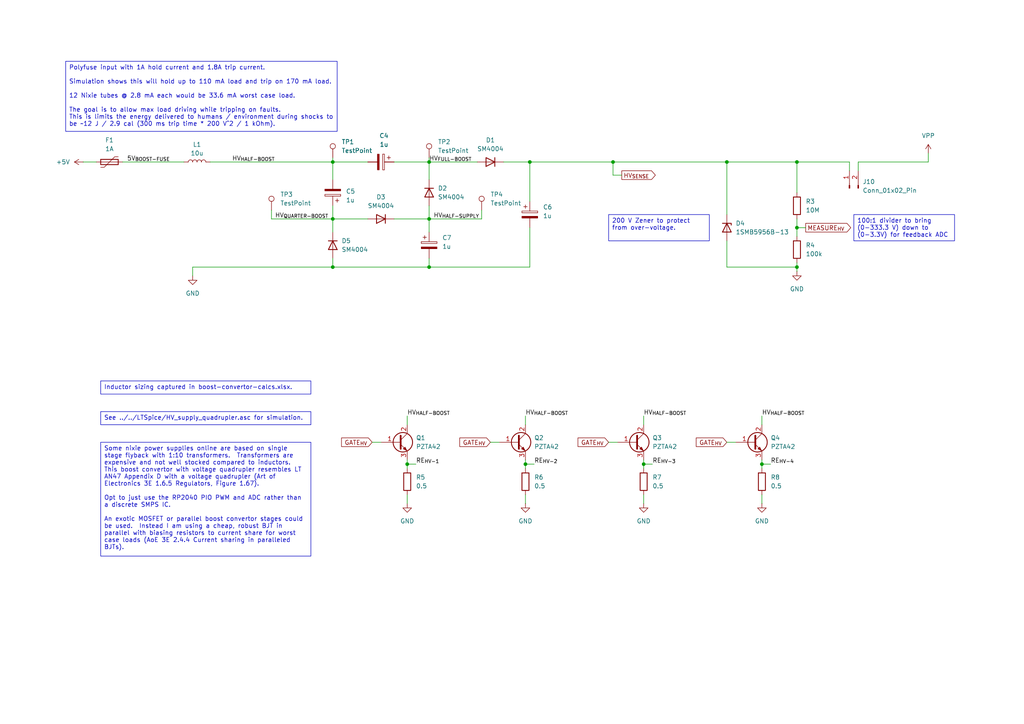
<source format=kicad_sch>
(kicad_sch (version 20231120) (generator "eeschema") (generator_version "8.0")
  (paper "A4")
  (title_block (title "Nixie Accurate Clock") (date "2024-02-25") (rev "B") (company "Paul Willis"))
  (lib_symbols
    (symbol "C_Polarized_1" (pin_numbers hide) (pin_names (offset 0.254))
      (property "Reference" "C6" (at 3.81 2.159 0))
      (property "Value" "1u" (at 3.81 -0.381 0))
      (symbol "C_Polarized_1_0_1"
        (rectangle (start -2.286 0.508) (end 2.286 1.016))
        (polyline (pts (xy -1.778 2.286) (xy -0.762 2.286)))
        (polyline (pts (xy -1.27 2.794) (xy -1.27 1.778)))
        (rectangle (start 2.286 -0.508) (end -2.286 -1.016) (fill (type outline)))
      )
      (symbol "C_Polarized_1_1_1"
        (pin power_out line (at 0 3.81 270) (length 2.794) (name "~") (number "1"))
        (pin passive line (at 0 -3.81 90) (length 2.794) (name "~") (number "2"))
      )
    )
    (symbol "Conn_01x02_Pin_1" (pin_names (offset 1.016) hide)
      (property "Reference" "J6" (at 1.905 -3.81 90))
      (property "Value" "Conn_01x02_Pin" (at -0.635 -3.81 90))
      (symbol "Conn_01x02_Pin_1_1_1"
        (polyline (pts (xy 1.27 -2.54) (xy 0.8636 -2.54)) (stroke (width 0.1524)))
        (polyline (pts (xy 1.27 0) (xy 0.8636 0)) (stroke (width 0.1524)))
        (rectangle (start 0.8636 -2.413) (end 0 -2.667) (stroke (width 0.1524)) (fill (type outline)))
        (rectangle (start 0.8636 0.127) (end 0 -0.127) (stroke (width 0.1524)) (fill (type outline)))
        (pin power_in line (at 5.08 0 180) (length 3.81) (name "Pin_1") (number "1"))
        (pin power_out line (at 5.08 -2.54 180) (length 3.81) (name "Pin_2") (number "2"))
      )
    )
    (symbol "Connector:TestPoint" (pin_numbers hide) (pin_names (offset 0.762) hide)
      (property "Reference" "TP" (at 0 6.858 0))
      (property "Value" "TestPoint" (at 0 5.08 0))
      (symbol "TestPoint_0_1"
        (circle (center 0 3.302) (radius 0.762))
      )
      (symbol "TestPoint_1_1"
        (pin passive line (at 0 0 90) (length 2.54) (name "1") (number "1"))
      )
    )
    (symbol "Device:C_Polarized" (pin_numbers hide) (pin_names (offset 0.254))
      (property "Reference" "C" (at 0.635 2.54 0))
      (property "Value" "C_Polarized" (at 0.635 -2.54 0))
      (symbol "C_Polarized_0_1"
        (rectangle (start -2.286 0.508) (end 2.286 1.016))
        (polyline (pts (xy -1.778 2.286) (xy -0.762 2.286)))
        (polyline (pts (xy -1.27 2.794) (xy -1.27 1.778)))
        (rectangle (start 2.286 -0.508) (end -2.286 -1.016) (fill (type outline)))
      )
      (symbol "C_Polarized_1_1"
        (pin passive line (at 0 3.81 270) (length 2.794) (name "~") (number "1"))
        (pin passive line (at 0 -3.81 90) (length 2.794) (name "~") (number "2"))
      )
    )
    (symbol "Device:D_Zener" (pin_numbers hide) (pin_names (offset 1.016) hide)
      (property "Reference" "D" (at 0 2.54 0))
      (property "Value" "D_Zener" (at 0 -2.54 0))
      (symbol "D_Zener_0_1"
        (polyline (pts (xy 1.27 0) (xy -1.27 0)))
        (polyline (pts (xy -1.27 -1.27) (xy -1.27 1.27) (xy -0.762 1.27)) (stroke (width 0.254)))
        (polyline (pts (xy 1.27 -1.27) (xy 1.27 1.27) (xy -1.27 0) (xy 1.27 -1.27)) (stroke (width 0.254)))
      )
      (symbol "D_Zener_1_1"
        (pin passive line (at -3.81 0 0) (length 2.54) (name "K") (number "1"))
        (pin passive line (at 3.81 0 180) (length 2.54) (name "A") (number "2"))
      )
    )
    (symbol "Device:L" (pin_numbers hide) (pin_names (offset 1.016) hide)
      (property "Reference" "L" (at -1.27 0 90))
      (property "Value" "L" (at 1.905 0 90))
      (symbol "L_0_1"
        (arc (start 0 -2.54) (mid 0.6323 -1.905) (end 0 -1.27))
        (arc (start 0 -1.27) (mid 0.6323 -0.635) (end 0 0))
        (arc (start 0 0) (mid 0.6323 0.635) (end 0 1.27))
        (arc (start 0 1.27) (mid 0.6323 1.905) (end 0 2.54))
      )
      (symbol "L_1_1"
        (pin passive line (at 0 3.81 270) (length 1.27) (name "1") (number "1"))
        (pin passive line (at 0 -3.81 90) (length 1.27) (name "2") (number "2"))
      )
    )
    (symbol "Device:Polyfuse" (pin_numbers hide) (pin_names (offset 0))
      (property "Reference" "F" (at -2.54 0 90))
      (property "Value" "Polyfuse" (at 2.54 0 90))
      (symbol "Polyfuse_0_1"
        (rectangle (start -0.762 2.54) (end 0.762 -2.54) (stroke (width 0.254)))
        (polyline (pts (xy 0 2.54) (xy 0 -2.54)))
        (polyline (pts (xy -1.524 2.54) (xy -1.524 1.524) (xy 1.524 -1.524) (xy 1.524 -2.54)))
      )
      (symbol "Polyfuse_1_1"
        (pin passive line (at 0 3.81 270) (length 1.27) (name "~") (number "1"))
        (pin passive line (at 0 -3.81 90) (length 1.27) (name "~") (number "2"))
      )
    )
    (symbol "Device:R" (pin_numbers hide) (pin_names (offset 0))
      (property "Reference" "R" (at 2.032 0 90))
      (property "Value" "R" (at 0 0 90))
      (symbol "R_0_1"
        (rectangle (start -1.016 -2.54) (end 1.016 2.54) (stroke (width 0.254)))
      )
      (symbol "R_1_1"
        (pin passive line (at 0 3.81 270) (length 1.27) (name "~") (number "1"))
        (pin passive line (at 0 -3.81 90) (length 1.27) (name "~") (number "2"))
      )
    )
    (symbol "Diode:SM4004" (pin_numbers hide) (pin_names hide)
      (property "Reference" "D" (at 0 2.54 0))
      (property "Value" "SM4004" (at 0 -2.54 0))
      (symbol "SM4004_0_1"
        (polyline (pts (xy -1.27 1.27) (xy -1.27 -1.27)) (stroke (width 0.254)))
        (polyline (pts (xy 1.27 0) (xy -1.27 0)))
        (polyline (pts (xy 1.27 1.27) (xy 1.27 -1.27) (xy -1.27 0) (xy 1.27 1.27)) (stroke (width 0.254)))
      )
      (symbol "SM4004_1_1"
        (pin passive line (at -3.81 0 0) (length 2.54) (name "K") (number "1"))
        (pin passive line (at 3.81 0 180) (length 2.54) (name "A") (number "2"))
      )
    )
    (symbol "GND_4" (power) (pin_numbers hide) (pin_names (offset 0) hide)
      (property "Value" "GND" (at 0 -3.81 0))
      (symbol "GND_4_0_1"
        (polyline (pts (xy 0 0) (xy 0 -1.27) (xy 1.27 -1.27) (xy 0 -2.54) (xy -1.27 -1.27) (xy 0 -1.27)))
      )
      (symbol "GND_4_1_1"
        (pin power_in line (at 0 0 270) (length 0) (name "~") (number "1"))
      )
    )
    (symbol "Transistor_BJT:PZTA42" (pin_names (offset 0) hide)
      (property "Reference" "Q" (at 5.08 1.905 0))
      (property "Value" "PZTA42" (at 5.08 0 0))
      (symbol "PZTA42_0_1"
        (polyline (pts (xy 0 0) (xy 0.635 0)))
        (polyline (pts (xy 2.54 -2.54) (xy 0.635 -0.635)))
        (polyline (pts (xy 2.54 2.54) (xy 0.635 0.635)))
        (polyline (pts (xy 0.635 1.905) (xy 0.635 -1.905) (xy 0.635 -1.905)) (stroke (width 0.508)))
        (polyline (pts (xy 2.286 -2.286) (xy 1.778 -1.778) (xy 1.778 -1.778)))
        (polyline (pts (xy 1.397 -1.905) (xy 1.905 -1.397) (xy 2.413 -2.413) (xy 1.397 -1.905) (xy 1.397 -1.905)) (fill (type outline)))
        (circle (center 1.27 0) (radius 2.8194) (stroke (width 0.254)))
      )
      (symbol "PZTA42_1_1"
        (pin input line (at -5.08 0 0) (length 5.08) (name "B") (number "1"))
        (pin passive line (at 2.54 5.08 270) (length 2.54) (name "C") (number "2"))
        (pin passive line (at 2.54 -5.08 90) (length 2.54) (name "E") (number "3"))
      )
    )
    (symbol "power:+5V" (power) (pin_numbers hide) (pin_names (offset 0) hide)
      (property "Value" "+5V" (at 0 3.556 0))
      (symbol "+5V_0_1"
        (polyline (pts (xy -0.762 1.27) (xy 0 2.54)))
        (polyline (pts (xy 0 0) (xy 0 2.54)))
        (polyline (pts (xy 0 2.54) (xy 0.762 1.27)))
      )
      (symbol "+5V_1_1"
        (pin power_in line (at 0 0 90) (length 0) (name "~") (number "1"))
      )
    )
    (symbol "power:GND" (power) (pin_numbers hide) (pin_names (offset 0) hide)
      (property "Value" "GND" (at 0 -3.81 0))
      (symbol "GND_0_1"
        (polyline (pts (xy 0 0) (xy 0 -1.27) (xy 1.27 -1.27) (xy 0 -2.54) (xy -1.27 -1.27) (xy 0 -1.27)))
      )
      (symbol "GND_1_1"
        (pin power_in line (at 0 0 270) (length 0) (name "~") (number "1"))
      )
    )
    (symbol "power:VPP" (power) (pin_numbers hide) (pin_names (offset 0) hide)
      (property "Value" "VPP" (at 0 3.556 0))
      (symbol "VPP_0_1"
        (polyline (pts (xy -0.762 1.27) (xy 0 2.54)))
        (polyline (pts (xy 0 0) (xy 0 2.54)))
        (polyline (pts (xy 0 2.54) (xy 0.762 1.27)))
      )
      (symbol "VPP_1_1"
        (pin power_in line (at 0 0 90) (length 0) (name "~") (number "1"))
      )
    )
  )
  (junction (at 186.69 134.62))
  (junction (at 124.46 63.5))
  (junction (at 231.14 77.47))
  (junction (at 118.11 134.62))
  (junction (at 153.67 46.99))
  (junction (at 96.52 77.47))
  (junction (at 231.14 46.99))
  (junction (at 124.46 77.47))
  (junction (at 231.14 66.04))
  (junction (at 210.82 46.99))
  (junction (at 96.52 46.99))
  (junction (at 177.8 46.99))
  (junction (at 96.52 63.5))
  (junction (at 124.46 46.99))
  (junction (at 220.98 134.62))
  (junction (at 152.4 134.62))
  (wire (pts (xy 220.98 143.51) (xy 220.98 146.05)))
  (wire (pts (xy 153.67 46.99) (xy 177.8 46.99)))
  (wire (pts (xy 186.69 133.35) (xy 186.69 134.62)))
  (wire (pts (xy 96.52 45.72) (xy 96.52 46.99)))
  (wire (pts (xy 114.3 63.5) (xy 124.46 63.5)))
  (wire (pts (xy 269.24 44.45) (xy 269.24 46.99)))
  (wire (pts (xy 124.46 45.72) (xy 124.46 46.99)))
  (wire (pts (xy 114.3 46.99) (xy 124.46 46.99)))
  (wire (pts (xy 220.98 134.62) (xy 220.98 135.89)))
  (wire (pts (xy 96.52 52.07) (xy 96.52 46.99)))
  (wire (pts (xy 96.52 63.5) (xy 106.68 63.5)))
  (wire (pts (xy 118.11 134.62) (xy 118.11 135.89)))
  (wire (pts (xy 139.7 63.5) (xy 139.7 60.96)))
  (wire (pts (xy 152.4 120.65) (xy 152.4 123.19)))
  (wire (pts (xy 96.52 63.5) (xy 96.52 67.31)))
  (wire (pts (xy 55.88 77.47) (xy 55.88 80.01)))
  (wire (pts (xy 231.14 63.5) (xy 231.14 66.04)))
  (wire (pts (xy 210.82 77.47) (xy 231.14 77.47)))
  (wire (pts (xy 176.53 128.27) (xy 179.07 128.27)))
  (wire (pts (xy 210.82 62.23) (xy 210.82 46.99)))
  (wire (pts (xy 55.88 77.47) (xy 96.52 77.47)))
  (wire (pts (xy 153.67 46.99) (xy 146.05 46.99)))
  (wire (pts (xy 153.67 77.47) (xy 124.46 77.47)))
  (wire (pts (xy 35.56 46.99) (xy 53.34 46.99)))
  (wire (pts (xy 177.8 46.99) (xy 210.82 46.99)))
  (wire (pts (xy 210.82 69.85) (xy 210.82 77.47)))
  (wire (pts (xy 231.14 46.99) (xy 246.38 46.99)))
  (wire (pts (xy 210.82 128.27) (xy 213.36 128.27)))
  (wire (pts (xy 24.13 46.99) (xy 27.94 46.99)))
  (wire (pts (xy 152.4 143.51) (xy 152.4 146.05)))
  (wire (pts (xy 180.34 50.8) (xy 177.8 50.8)))
  (wire (pts (xy 124.46 46.99) (xy 124.46 52.07)))
  (wire (pts (xy 153.67 66.04) (xy 153.67 77.47)))
  (wire (pts (xy 152.4 134.62) (xy 152.4 135.89)))
  (wire (pts (xy 118.11 120.65) (xy 118.11 123.19)))
  (wire (pts (xy 210.82 46.99) (xy 231.14 46.99)))
  (wire (pts (xy 220.98 120.65) (xy 220.98 123.19)))
  (wire (pts (xy 124.46 63.5) (xy 124.46 67.31)))
  (wire (pts (xy 177.8 50.8) (xy 177.8 46.99)))
  (wire (pts (xy 118.11 143.51) (xy 118.11 146.05)))
  (wire (pts (xy 78.74 60.96) (xy 78.74 63.5)))
  (wire (pts (xy 231.14 66.04) (xy 233.68 66.04)))
  (wire (pts (xy 118.11 134.62) (xy 120.65 134.62)))
  (wire (pts (xy 124.46 63.5) (xy 139.7 63.5)))
  (wire (pts (xy 118.11 133.35) (xy 118.11 134.62)))
  (wire (pts (xy 248.92 49.53) (xy 248.92 46.99)))
  (wire (pts (xy 152.4 133.35) (xy 152.4 134.62)))
  (wire (pts (xy 246.38 49.53) (xy 246.38 46.99)))
  (wire (pts (xy 220.98 133.35) (xy 220.98 134.62)))
  (wire (pts (xy 96.52 59.69) (xy 96.52 63.5)))
  (wire (pts (xy 231.14 76.2) (xy 231.14 77.47)))
  (wire (pts (xy 231.14 77.47) (xy 231.14 78.74)))
  (wire (pts (xy 186.69 120.65) (xy 186.69 123.19)))
  (wire (pts (xy 78.74 63.5) (xy 96.52 63.5)))
  (wire (pts (xy 60.96 46.99) (xy 96.52 46.99)))
  (wire (pts (xy 124.46 77.47) (xy 96.52 77.47)))
  (wire (pts (xy 248.92 46.99) (xy 269.24 46.99)))
  (wire (pts (xy 124.46 46.99) (xy 138.43 46.99)))
  (wire (pts (xy 107.95 128.27) (xy 110.49 128.27)))
  (wire (pts (xy 152.4 134.62) (xy 154.94 134.62)))
  (wire (pts (xy 124.46 59.69) (xy 124.46 63.5)))
  (wire (pts (xy 220.98 134.62) (xy 223.52 134.62)))
  (wire (pts (xy 153.67 58.42) (xy 153.67 46.99)))
  (wire (pts (xy 231.14 55.88) (xy 231.14 46.99)))
  (wire (pts (xy 142.24 128.27) (xy 144.78 128.27)))
  (wire (pts (xy 96.52 74.93) (xy 96.52 77.47)))
  (wire (pts (xy 186.69 143.51) (xy 186.69 146.05)))
  (wire (pts (xy 231.14 66.04) (xy 231.14 68.58)))
  (wire (pts (xy 186.69 134.62) (xy 186.69 135.89)))
  (wire (pts (xy 124.46 74.93) (xy 124.46 77.47)))
  (wire (pts (xy 186.69 134.62) (xy 189.23 134.62)))
  (wire (pts (xy 96.52 46.99) (xy 106.68 46.99)))
  (text_box "Polyfuse input with 1A hold current and 1.8A trip current.\n\nSimulation shows this will hold up to 110 mA load and trip on 170 mA load.\n\n12 Nixie tubes @ 2.8 mA each would be 33.6 mA worst case load.\n\nThe goal is to allow max load driving while tripping on faults.\nThis is limits the energy delivered to humans / environment during shocks to be ~12 J / 2.9 cal (300 ms trip time * 200 V^2 / 1 kOhm)." (at 19.05 17.78 0) (size 78.74 20.32) (effects (font (size 1.27 1.27)) (justify left top)))
  (text_box "100:1 divider to bring (0-333.3 V) down to (0-3.3V) for feedback ADC" (at 247.65 62.23 0) (size 29.21 7.62) (effects (font (size 1.27 1.27)) (justify left top)))
  (text_box "Inductor sizing captured in boost-convertor-calcs.xlsx." (at 29.21 110.49 0) (size 60.96 3.81) (effects (font (size 1.27 1.27)) (justify left top)))
  (text_box "200 V Zener to protect from over-voltage." (at 176.53 62.23 0) (size 29.21 7.62) (effects (font (size 1.27 1.27)) (justify left top)))
  (text_box "See ../../LTSpice/HV_supply_quadrupler.asc for simulation." (at 29.21 119.38 0) (size 60.96 3.81) (effects (font (size 1.27 1.27)) (justify left top)))
  (text_box "Some nixie power supplies online are based on single stage flyback with 1:10 transformers.  Transformers are expensive and not well stocked compared to inductors.  This boost convertor with voltage quadrupler resembles LT AN47 Appendix D with a voltage quadrupler (Art of Electronics 3E 1.6.5 Regulators, Figure 1.67).\n\nOpt to just use the RP2040 PIO PWM and ADC rather than a discrete SMPS IC.\n\nAn exotic MOSFET or parallel boost convertor stages could be used.  Instead I am using a cheap, robust BJT in parallel with biasing resistors to current share for worst case loads (AoE 3E 2.4.4 Current sharing in paralleled BJTs)." (at 29.21 128.27 0) (size 60.96 33.02) (effects (font (size 1.27 1.27)) (justify left top)))
  (label "HV_{HALF-BOOST}" (at 186.69 120.65 0))
  (label "HV_{HALF-BOOST}" (at 152.4 120.65 0))
  (label "HV_{HALF-BOOST}" (at 220.98 120.65 0))
  (label "5V_{BOOST-FUSE}" (at 36.83 46.99 0))
  (label "HV_{QUARTER-BOOST}" (at 95.25 63.5 180))
  (label "HV_{HALF-SUPPLY}" (at 125.73 63.5 0))
  (label "RE_{HV-4}" (at 223.52 134.62 0))
  (label "HV_{FULL-BOOST}" (at 124.46 46.99 0))
  (label "HV_{HALF-BOOST}" (at 118.11 120.65 0))
  (label "RE_{HV-1}" (at 120.65 134.62 0))
  (label "HV_{HALF-BOOST}" (at 67.31 46.99 0))
  (label "RE_{HV-2}" (at 154.94 134.62 0))
  (label "RE_{HV-3}" (at 189.23 134.62 0))
  (global_label "GATE_{HV}" (shape input) (at 107.95 128.27 180) (property "Intersheetrefs" "${INTERSHEET_REFS}" (effects (hide yes))))
  (global_label "MEASURE_{HV}" (shape output) (at 233.68 66.04 0) (property "Intersheetrefs" "${INTERSHEET_REFS}" (effects (hide yes))))
  (global_label "GATE_{HV}" (shape input) (at 210.82 128.27 180) (property "Intersheetrefs" "${INTERSHEET_REFS}" (effects (hide yes))))
  (global_label "GATE_{HV}" (shape input) (at 142.24 128.27 180) (property "Intersheetrefs" "${INTERSHEET_REFS}" (effects (hide yes))))
  (global_label "GATE_{HV}" (shape input) (at 176.53 128.27 180) (property "Intersheetrefs" "${INTERSHEET_REFS}" (effects (hide yes))))
  (global_label "HV_{SENSE}" (shape output) (at 180.34 50.8 0) (property "Intersheetrefs" "${INTERSHEET_REFS}" (effects (hide yes))))
  (symbol (lib_id "Device:C_Polarized") (at 110.49 46.99 270) (unit 1)
    (property "Reference" "C4" (at 111.379 39.37 90))
    (property "Value" "1u" (at 111.379 41.91 90))
    (property "Footprint" "Capacitor_SMD:CP_Elec_8x10" (effects (hide yes)))
    (property "Datasheet" "https://www.nichicon.co.jp/english/series_items/catalog_pdf/e-uux.pdf" (effects (hide yes)))
    (property "Description" "Polarized capacitor" (effects (hide yes)))
    (property "Model" "UUX2G010MNL1GS" (effects (hide yes)))
    (property "Price" "0.69" (effects (hide yes)))
    (property "Digikey link" "https://www.digikey.com/en/products/detail/nichicon/UUX2G010MNL1GS/3973996" (effects (hide yes)))
    (property "Mouser link" "https://www.mouser.com/ProductDetail/Nichicon/UUX2G010MNL1GS?qs=aoAypCcaRa%2FXm3BGeiMtMQ%3D%3D" (effects (hide yes)))
  )
  (symbol (lib_name "GND_4") (lib_id "power:GND") (at 55.88 80.01 0) (unit 1)
    (property "Reference" "#PWR045" (effects (hide yes)))
    (property "Value" "GND" (at 55.88 85.09 0))
    (property "Description" "Power symbol creates a global label with name \"GND\" , ground" (effects (hide yes)))
  )
  (symbol (lib_id "Device:R") (at 152.4 139.7 0) (unit 1)
    (property "Reference" "R6" (at 154.94 138.43 0) (effects (justify left)))
    (property "Value" "0.5" (at 154.94 140.97 0) (effects (justify left)))
    (property "Footprint" "Resistor_SMD:R_2010_5025Metric" (effects (hide yes)))
    (property "Datasheet" "https://www.seielect.com/catalog/sei-csr_csrn.pdf" (effects (hide yes)))
    (property "Description" "Resistor" (effects (hide yes)))
    (property "Price" "0.42" (effects (hide yes)))
    (property "Digikey link" "https://www.digikey.com/en/products/detail/stackpole-electronics-inc/CSRN2010FKR500/1742702" (effects (hide yes)))
    (property "Mouser link" "https://www.mouser.com/ProductDetail/SEI-Stackpole/CSRN2010FKR500?qs=FESYatJ8odLqZqv0DvLABQ%3D%3D" (effects (hide yes)))
    (property "Model" "CSRN2010FKR500" (effects (hide yes)))
  )
  (symbol (lib_id "power:GND") (at 231.14 78.74 0) (unit 1)
    (property "Reference" "#PWR044" (effects (hide yes)))
    (property "Value" "GND" (at 231.14 83.82 0))
    (property "Description" "Power symbol creates a global label with name \"GND\" , ground" (effects (hide yes)))
  )
  (symbol (lib_id "Transistor_BJT:PZTA42") (at 184.15 128.27 0) (unit 1)
    (property "Reference" "Q3" (at 189.23 127 0) (effects (justify left)))
    (property "Value" "PZTA42" (at 189.23 129.54 0) (effects (justify left)))
    (property "Footprint" "Package_TO_SOT_SMD:SOT-223-3_TabPin2" (effects (hide yes)))
    (property "Datasheet" "https://www.onsemi.com/pub/Collateral/PZTA42T1-D.PDF" (effects (hide yes)))
    (property "Description" "0.5A Ic, 300V Vce, NPN High Voltage Transistor, SOT-223" (effects (hide yes)))
    (property "Digikey link" "https://www.digikey.com/en/products/detail/micro-commercial-co/PZTA42-TP/10054674" (effects (hide yes)))
    (property "Mouser link" "https://www.mouser.com/ProductDetail/Diotec-Semiconductor/PZTA42?qs=OlC7AqGiEDlNqlN7791aVQ%3D%3D" (effects (hide yes)))
    (property "Price" "0.41" (effects (hide yes)))
  )
  (symbol (lib_id "Transistor_BJT:PZTA42") (at 115.57 128.27 0) (unit 1)
    (property "Reference" "Q1" (at 120.65 127 0) (effects (justify left)))
    (property "Value" "PZTA42" (at 120.65 129.54 0) (effects (justify left)))
    (property "Footprint" "Package_TO_SOT_SMD:SOT-223-3_TabPin2" (effects (hide yes)))
    (property "Datasheet" "https://www.onsemi.com/pub/Collateral/PZTA42T1-D.PDF" (effects (hide yes)))
    (property "Description" "0.5A Ic, 300V Vce, NPN High Voltage Transistor, SOT-223" (effects (hide yes)))
    (property "Digikey link" "https://www.digikey.com/en/products/detail/micro-commercial-co/PZTA42-TP/10054674" (effects (hide yes)))
    (property "Mouser link" "https://www.mouser.com/ProductDetail/Diotec-Semiconductor/PZTA42?qs=OlC7AqGiEDlNqlN7791aVQ%3D%3D" (effects (hide yes)))
    (property "Price" "0.41" (effects (hide yes)))
  )
  (symbol (lib_id "Diode:SM4004") (at 142.24 46.99 180) (unit 1)
    (property "Reference" "D1" (at 142.24 40.64 0))
    (property "Value" "SM4004" (at 142.24 43.18 0))
    (property "Footprint" "Diode_SMD:D_MELF" (effects (hide yes)))
    (property "Datasheet" "http://cdn-reichelt.de/documents/datenblatt/A400/SMD1N400%23DIO.pdf" (effects (hide yes)))
    (property "Description" "400V 1A General Purpose Rectifier Diode, MELF" (effects (hide yes)))
    (property "Model" "SM4004" (effects (hide yes)))
    (property "Price" "0.27" (effects (hide yes)))
    (property "Digikey link" "https://www.digikey.com/en/products/detail/diotec-semiconductor/SM4004/13155357" (effects (hide yes)))
    (property "Mouser link" "https://www.mouser.com/ProductDetail/Diotec-Semiconductor/SM4004?qs=OlC7AqGiEDkXkiBPoivHAA%3D%3D" (effects (hide yes)))
    (property "Sim.Device" "D" (effects (hide yes)))
    (property "Sim.Pins" "1=K 2=A" (effects (hide yes)))
  )
  (symbol (lib_id "Transistor_BJT:PZTA42") (at 218.44 128.27 0) (unit 1)
    (property "Reference" "Q4" (at 223.52 127 0) (effects (justify left)))
    (property "Value" "PZTA42" (at 223.52 129.54 0) (effects (justify left)))
    (property "Footprint" "Package_TO_SOT_SMD:SOT-223-3_TabPin2" (effects (hide yes)))
    (property "Datasheet" "https://www.onsemi.com/pub/Collateral/PZTA42T1-D.PDF" (effects (hide yes)))
    (property "Description" "0.5A Ic, 300V Vce, NPN High Voltage Transistor, SOT-223" (effects (hide yes)))
    (property "Digikey link" "https://www.digikey.com/en/products/detail/micro-commercial-co/PZTA42-TP/10054674" (effects (hide yes)))
    (property "Mouser link" "https://www.mouser.com/ProductDetail/Diotec-Semiconductor/PZTA42?qs=OlC7AqGiEDlNqlN7791aVQ%3D%3D" (effects (hide yes)))
    (property "Price" "0.41" (effects (hide yes)))
  )
  (symbol (lib_id "Device:C_Polarized") (at 124.46 71.12 0) (unit 1)
    (property "Reference" "C7" (at 128.27 68.961 0) (effects (justify left)))
    (property "Value" "1u" (at 128.27 71.501 0) (effects (justify left)))
    (property "Footprint" "Capacitor_SMD:CP_Elec_8x10" (effects (hide yes)))
    (property "Datasheet" "https://www.nichicon.co.jp/english/series_items/catalog_pdf/e-uux.pdf" (effects (hide yes)))
    (property "Description" "Polarized capacitor" (effects (hide yes)))
    (property "Model" "UUX2G010MNL1GS" (effects (hide yes)))
    (property "Price" "0.69" (effects (hide yes)))
    (property "Digikey link" "https://www.digikey.com/en/products/detail/nichicon/UUX2G010MNL1GS/3973996" (effects (hide yes)))
    (property "Mouser link" "https://www.mouser.com/ProductDetail/Nichicon/UUX2G010MNL1GS?qs=aoAypCcaRa%2FXm3BGeiMtMQ%3D%3D" (effects (hide yes)))
  )
  (symbol (lib_id "Diode:SM4004") (at 110.49 63.5 180) (unit 1)
    (property "Reference" "D3" (at 110.49 57.15 0))
    (property "Value" "SM4004" (at 110.49 59.69 0))
    (property "Footprint" "Diode_SMD:D_MELF" (effects (hide yes)))
    (property "Datasheet" "http://cdn-reichelt.de/documents/datenblatt/A400/SMD1N400%23DIO.pdf" (effects (hide yes)))
    (property "Description" "400V 1A General Purpose Rectifier Diode, MELF" (effects (hide yes)))
    (property "Model" "SM4004" (effects (hide yes)))
    (property "Price" "0.27" (effects (hide yes)))
    (property "Digikey link" "https://www.digikey.com/en/products/detail/diotec-semiconductor/SM4004/13155357" (effects (hide yes)))
    (property "Mouser link" "https://www.mouser.com/ProductDetail/Diotec-Semiconductor/SM4004?qs=OlC7AqGiEDkXkiBPoivHAA%3D%3D" (effects (hide yes)))
    (property "Sim.Device" "D" (effects (hide yes)))
    (property "Sim.Pins" "1=K 2=A" (effects (hide yes)))
  )
  (symbol (lib_id "power:GND") (at 220.98 146.05 0) (unit 1)
    (property "Reference" "#PWR049" (effects (hide yes)))
    (property "Value" "GND" (at 220.98 151.13 0))
    (property "Description" "Power symbol creates a global label with name \"GND\" , ground" (effects (hide yes)))
  )
  (symbol (lib_name "Conn_01x02_Pin_1") (lib_id "Connector:Conn_01x02_Pin") (at 246.38 54.61 90) (unit 1)
    (property "Reference" "J10" (at 250.19 52.705 90) (effects (justify right)))
    (property "Value" "Conn_01x02_Pin" (at 250.19 55.245 90) (effects (justify right)))
    (property "Footprint" "Connector_PinHeader_2.54mm:PinHeader_1x02_P2.54mm_Vertical_SMD_Pin1Left" (effects (hide yes)))
    (property "Datasheet" "https://suddendocs.samtec.com/catalog_english/tsm.pdf" (effects (hide yes)))
    (property "Description" "Generic connector, single row, 01x02, script generated" (effects (hide yes)))
    (property "Model" "TSM-102-01-L-SV" (effects (hide yes)))
    (property "Price" "0.42" (effects (hide yes)))
    (property "Digikey link" "https://www.digikey.com/en/products/detail/samtec-inc/TSM-102-01-L-SV/2685520" (effects (hide yes)))
    (property "Mouser link" "https://www.mouser.com/ProductDetail/Samtec/TSM-102-01-L-SV?qs=FESYatJ8odJ%252BIhPvKBkuBA%3D%3D" (effects (hide yes)))
  )
  (symbol (lib_id "Connector:TestPoint") (at 124.46 45.72 0) (unit 1)
    (property "Reference" "TP2" (at 127 41.148 0) (effects (justify left)))
    (property "Value" "TestPoint" (at 127 43.688 0) (effects (justify left)))
    (property "Footprint" "00_lib:TestPoint_Keystone_5019_Minature" (effects (hide yes)))
    (property "Datasheet" "https://www.mouser.com/datasheet/2/215/019-743690.pdf" (effects (hide yes)))
    (property "Model" "5019" (effects (hide yes)))
    (property "Price" "0.33" (effects (hide yes)))
    (property "Digikey link" "https://www.digikey.com/en/products/detail/keystone-electronics/5019/3907343" (effects (hide yes)))
    (property "Mouser link" "https://www.mouser.com/ProductDetail/Keystone-Electronics/5019?qs=wOxb8XianXjjCAsb90Ilzw%3D%3D" (effects (hide yes)))
  )
  (symbol (lib_id "power:+5V") (at 24.13 46.99 90) (unit 1) (exclude_from_sim yes)
    (property "Reference" "#PWR043" (effects (hide yes)))
    (property "Value" "+5V" (at 20.32 46.99 90) (effects (justify left)))
    (property "Description" "Power symbol creates a global label with name \"+5V\"" (effects (hide yes)))
  )
  (symbol (lib_id "Device:Polyfuse") (at 31.75 46.99 90) (unit 1)
    (property "Reference" "F1" (at 31.75 40.64 90))
    (property "Value" "1A" (at 31.75 43.18 90))
    (property "Footprint" "Fuse:Fuse_1206_3216Metric" (effects (hide yes)))
    (property "Datasheet" "https://www.belfuse.com/resources/datasheets/circuitprotection/ds-cp-0zcj-series.pdf" (effects (hide yes)))
    (property "Description" "Resettable fuse, polymeric positive temperature coefficient" (effects (hide yes)))
    (property "Model" "0ZCJ0100FF2E" (effects (hide yes)))
    (property "Digikey link" "https://www.digikey.com/en/products/detail/bel-fuse-inc/0ZCJ0100FF2E/4156136" (effects (hide yes)))
    (property "Mouser link" "https://www.mouser.com/ProductDetail/Bel-Fuse/0ZCJ0100FF2E?qs=SRYZG9HaIQ16trCtSE8WyA%3D%3D" (effects (hide yes)))
    (property "Price" "0.23" (effects (hide yes)))
  )
  (symbol (lib_id "Device:R") (at 231.14 59.69 0) (unit 1)
    (property "Reference" "R3" (at 233.68 58.42 0) (effects (justify left)))
    (property "Value" "10M" (at 233.68 60.96 0) (effects (justify left)))
    (property "Footprint" "Resistor_SMD:R_0603_1608Metric" (effects (hide yes)))
    (property "Datasheet" "https://www.seielect.com/catalog/sei-rmcf_rmcp.pdf" (effects (hide yes)))
    (property "Description" "Resistor" (effects (hide yes)))
    (property "Model" "RMCF0603FT10M0" (effects (hide yes)))
    (property "Price" "0.10" (effects (hide yes)))
    (property "Digikey link" "https://www.digikey.com/en/products/detail/stackpole-electronics-inc/RMCF0603FT10M0/1761206" (effects (hide yes)))
    (property "Mouser link" "https://www.mouser.com/ProductDetail/SEI-Stackpole/RMCF0603FT10M0?qs=FESYatJ8odIf0bWpBT4vKw%3D%3D" (effects (hide yes)))
  )
  (symbol (lib_id "Device:D_Zener") (at 210.82 66.04 270) (unit 1)
    (property "Reference" "D4" (at 213.36 64.77 90) (effects (justify left)))
    (property "Value" "1SMB5956B-13" (at 213.36 67.31 90) (effects (justify left)))
    (property "Footprint" "Diode_SMD:D_SMB" (effects (hide yes)))
    (property "Datasheet" "https://www.diodes.com/assets/Datasheets/ds32125.pdf" (effects (hide yes)))
    (property "Description" "Zener diode" (effects (hide yes)))
    (property "Price" "0.46" (effects (hide yes)))
    (property "Digikey link" "https://www.digikey.com/en/products/detail/diodes-incorporated/1SMB5956B-13/5054209" (effects (hide yes)))
    (property "Mouser link" "https://www.mouser.com/ProductDetail/Diodes-Incorporated/1SMB5956B-13?qs=uwKJARvjadOTUcHkJGZGig%3D%3D" (effects (hide yes)))
  )
  (symbol (lib_id "power:GND") (at 118.11 146.05 0) (unit 1)
    (property "Reference" "#PWR046" (effects (hide yes)))
    (property "Value" "GND" (at 118.11 151.13 0))
    (property "Description" "Power symbol creates a global label with name \"GND\" , ground" (effects (hide yes)))
  )
  (symbol (lib_id "Diode:SM4004") (at 124.46 55.88 270) (unit 1)
    (property "Reference" "D2" (at 127 54.61 90) (effects (justify left)))
    (property "Value" "SM4004" (at 127 57.15 90) (effects (justify left)))
    (property "Footprint" "Diode_SMD:D_MELF" (effects (hide yes)))
    (property "Datasheet" "http://cdn-reichelt.de/documents/datenblatt/A400/SMD1N400%23DIO.pdf" (effects (hide yes)))
    (property "Description" "400V 1A General Purpose Rectifier Diode, MELF" (effects (hide yes)))
    (property "Model" "SM4004" (effects (hide yes)))
    (property "Price" "0.27" (effects (hide yes)))
    (property "Digikey link" "https://www.digikey.com/en/products/detail/diotec-semiconductor/SM4004/13155357" (effects (hide yes)))
    (property "Mouser link" "https://www.mouser.com/ProductDetail/Diotec-Semiconductor/SM4004?qs=OlC7AqGiEDkXkiBPoivHAA%3D%3D" (effects (hide yes)))
    (property "Sim.Device" "D" (effects (hide yes)))
    (property "Sim.Pins" "1=K 2=A" (effects (hide yes)))
  )
  (symbol (lib_id "Device:R") (at 220.98 139.7 0) (unit 1)
    (property "Reference" "R8" (at 223.52 138.43 0) (effects (justify left)))
    (property "Value" "0.5" (at 223.52 140.97 0) (effects (justify left)))
    (property "Footprint" "Resistor_SMD:R_2010_5025Metric" (effects (hide yes)))
    (property "Datasheet" "https://www.seielect.com/catalog/sei-csr_csrn.pdf" (effects (hide yes)))
    (property "Description" "Resistor" (effects (hide yes)))
    (property "Price" "0.42" (effects (hide yes)))
    (property "Digikey link" "https://www.digikey.com/en/products/detail/stackpole-electronics-inc/CSRN2010FKR500/1742702" (effects (hide yes)))
    (property "Mouser link" "https://www.mouser.com/ProductDetail/SEI-Stackpole/CSRN2010FKR500?qs=FESYatJ8odLqZqv0DvLABQ%3D%3D" (effects (hide yes)))
    (property "Model" "CSRN2010FKR500" (effects (hide yes)))
  )
  (symbol (lib_name "C_Polarized_1") (lib_id "Device:C_Polarized") (at 153.67 62.23 0) (unit 1)
    (property "Reference" "C6" (at 157.48 60.071 0) (effects (justify left)))
    (property "Value" "1u" (at 157.48 62.611 0) (effects (justify left)))
    (property "Footprint" "Capacitor_SMD:CP_Elec_8x10" (effects (hide yes)))
    (property "Datasheet" "https://www.nichicon.co.jp/english/series_items/catalog_pdf/e-uux.pdf" (effects (hide yes)))
    (property "Description" "Polarized capacitor" (effects (hide yes)))
    (property "Model" "UUX2G010MNL1GS" (effects (hide yes)))
    (property "Price" "0.69" (effects (hide yes)))
    (property "Digikey link" "https://www.digikey.com/en/products/detail/nichicon/UUX2G010MNL1GS/3973996" (effects (hide yes)))
    (property "Mouser link" "https://www.mouser.com/ProductDetail/Nichicon/UUX2G010MNL1GS?qs=aoAypCcaRa%2FXm3BGeiMtMQ%3D%3D" (effects (hide yes)))
  )
  (symbol (lib_id "Connector:TestPoint") (at 96.52 45.72 0) (unit 1)
    (property "Reference" "TP1" (at 99.06 41.148 0) (effects (justify left)))
    (property "Value" "TestPoint" (at 99.06 43.688 0) (effects (justify left)))
    (property "Footprint" "00_lib:TestPoint_Keystone_5019_Minature" (effects (hide yes)))
    (property "Datasheet" "https://www.mouser.com/datasheet/2/215/019-743690.pdf" (effects (hide yes)))
    (property "Description" "test point" (effects (hide yes)))
    (property "Model" "5019" (effects (hide yes)))
    (property "Price" "0.33" (effects (hide yes)))
    (property "Digikey link" "https://www.digikey.com/en/products/detail/keystone-electronics/5019/3907343" (effects (hide yes)))
    (property "Mouser link" "https://www.mouser.com/ProductDetail/Keystone-Electronics/5019?qs=wOxb8XianXjjCAsb90Ilzw%3D%3D" (effects (hide yes)))
  )
  (symbol (lib_id "Transistor_BJT:PZTA42") (at 149.86 128.27 0) (unit 1)
    (property "Reference" "Q2" (at 154.94 127 0) (effects (justify left)))
    (property "Value" "PZTA42" (at 154.94 129.54 0) (effects (justify left)))
    (property "Footprint" "Package_TO_SOT_SMD:SOT-223-3_TabPin2" (effects (hide yes)))
    (property "Datasheet" "https://www.onsemi.com/pub/Collateral/PZTA42T1-D.PDF" (effects (hide yes)))
    (property "Description" "0.5A Ic, 300V Vce, NPN High Voltage Transistor, SOT-223" (effects (hide yes)))
    (property "Digikey link" "https://www.digikey.com/en/products/detail/micro-commercial-co/PZTA42-TP/10054674" (effects (hide yes)))
    (property "Mouser link" "https://www.mouser.com/ProductDetail/Diotec-Semiconductor/PZTA42?qs=OlC7AqGiEDlNqlN7791aVQ%3D%3D" (effects (hide yes)))
    (property "Price" "0.41" (effects (hide yes)))
  )
  (symbol (lib_id "power:GND") (at 186.69 146.05 0) (unit 1)
    (property "Reference" "#PWR048" (effects (hide yes)))
    (property "Value" "GND" (at 186.69 151.13 0))
    (property "Description" "Power symbol creates a global label with name \"GND\" , ground" (effects (hide yes)))
  )
  (symbol (lib_id "Connector:TestPoint") (at 78.74 60.96 0) (unit 1)
    (property "Reference" "TP3" (at 81.28 56.388 0) (effects (justify left)))
    (property "Value" "TestPoint" (at 81.28 58.928 0) (effects (justify left)))
    (property "Footprint" "00_lib:TestPoint_Keystone_5019_Minature" (effects (hide yes)))
    (property "Datasheet" "https://www.mouser.com/datasheet/2/215/019-743690.pdf" (effects (hide yes)))
    (property "Description" "test point" (effects (hide yes)))
    (property "Model" "5019" (effects (hide yes)))
    (property "Price" "0.33" (effects (hide yes)))
    (property "Digikey link" "https://www.digikey.com/en/products/detail/keystone-electronics/5019/3907343" (effects (hide yes)))
    (property "Mouser link" "https://www.mouser.com/ProductDetail/Keystone-Electronics/5019?qs=wOxb8XianXjjCAsb90Ilzw%3D%3D" (effects (hide yes)))
  )
  (symbol (lib_id "Device:C_Polarized") (at 96.52 55.88 180) (unit 1)
    (property "Reference" "C5" (at 100.33 55.499 0) (effects (justify right)))
    (property "Value" "1u" (at 100.33 58.039 0) (effects (justify right)))
    (property "Footprint" "Capacitor_SMD:CP_Elec_8x10" (effects (hide yes)))
    (property "Datasheet" "https://www.nichicon.co.jp/english/series_items/catalog_pdf/e-uux.pdf" (effects (hide yes)))
    (property "Description" "Polarized capacitor" (effects (hide yes)))
    (property "Model" "UUX2G010MNL1GS" (effects (hide yes)))
    (property "Price" "0.69" (effects (hide yes)))
    (property "Digikey link" "https://www.digikey.com/en/products/detail/nichicon/UUX2G010MNL1GS/3973996" (effects (hide yes)))
    (property "Mouser link" "https://www.mouser.com/ProductDetail/Nichicon/UUX2G010MNL1GS?qs=aoAypCcaRa%2FXm3BGeiMtMQ%3D%3D" (effects (hide yes)))
  )
  (symbol (lib_id "power:GND") (at 152.4 146.05 0) (unit 1)
    (property "Reference" "#PWR047" (effects (hide yes)))
    (property "Value" "GND" (at 152.4 151.13 0))
    (property "Description" "Power symbol creates a global label with name \"GND\" , ground" (effects (hide yes)))
  )
  (symbol (lib_id "Connector:TestPoint") (at 139.7 60.96 0) (unit 1)
    (property "Reference" "TP4" (at 142.24 56.388 0) (effects (justify left)))
    (property "Value" "TestPoint" (at 142.24 58.928 0) (effects (justify left)))
    (property "Footprint" "00_lib:TestPoint_Keystone_5019_Minature" (effects (hide yes)))
    (property "Datasheet" "https://www.mouser.com/datasheet/2/215/019-743690.pdf" (effects (hide yes)))
    (property "Description" "test point" (effects (hide yes)))
    (property "Model" "5019" (effects (hide yes)))
    (property "Price" "0.33" (effects (hide yes)))
    (property "Digikey link" "https://www.digikey.com/en/products/detail/keystone-electronics/5019/3907343" (effects (hide yes)))
    (property "Mouser link" "https://www.mouser.com/ProductDetail/Keystone-Electronics/5019?qs=wOxb8XianXjjCAsb90Ilzw%3D%3D" (effects (hide yes)))
  )
  (symbol (lib_id "Device:R") (at 118.11 139.7 0) (unit 1)
    (property "Reference" "R5" (at 120.65 138.43 0) (effects (justify left)))
    (property "Value" "0.5" (at 120.65 140.97 0) (effects (justify left)))
    (property "Footprint" "Resistor_SMD:R_2010_5025Metric" (effects (hide yes)))
    (property "Datasheet" "https://www.seielect.com/catalog/sei-csr_csrn.pdf" (effects (hide yes)))
    (property "Description" "Resistor" (effects (hide yes)))
    (property "Price" "0.42" (effects (hide yes)))
    (property "Digikey link" "https://www.digikey.com/en/products/detail/stackpole-electronics-inc/CSRN2010FKR500/1742702" (effects (hide yes)))
    (property "Mouser link" "https://www.mouser.com/ProductDetail/SEI-Stackpole/CSRN2010FKR500?qs=FESYatJ8odLqZqv0DvLABQ%3D%3D" (effects (hide yes)))
    (property "Model" "CSRN2010FKR500" (effects (hide yes)))
  )
  (symbol (lib_id "Device:R") (at 231.14 72.39 0) (unit 1)
    (property "Reference" "R4" (at 233.68 71.12 0) (effects (justify left)))
    (property "Value" "100k" (at 233.68 73.66 0) (effects (justify left)))
    (property "Footprint" "Resistor_SMD:R_0603_1608Metric" (effects (hide yes)))
    (property "Datasheet" "https://www.yageo.com/upload/media/product/products/datasheet/rchip/PYu-RC_Group_51_RoHS_L_12.pdf" (effects (hide yes)))
    (property "Description" "Resistor" (effects (hide yes)))
    (property "Model" "RC0603JR-07100KL" (effects (hide yes)))
    (property "Price" "0.10" (effects (hide yes)))
    (property "Digikey link" "https://www.digikey.com/en/products/detail/yageo/RC0603JR-07100KL/726698" (effects (hide yes)))
    (property "Mouser link" "https://www.mouser.com/ProductDetail/YAGEO/RC0603JR-07100KL?qs=2cAdsCoAWRG9Rhqklpdeqg%3D%3D" (effects (hide yes)))
  )
  (symbol (lib_id "Device:L") (at 57.15 46.99 90) (unit 1)
    (property "Reference" "L1" (at 57.15 41.91 90))
    (property "Value" "10u" (at 57.15 44.45 90))
    (property "Footprint" "00_lib:IND_BOURNS_SRR1280" (effects (hide yes)))
    (property "Datasheet" "https://www.bourns.com/docs/Product-Datasheets/SRR1280.pdf" (effects (hide yes)))
    (property "Description" "Inductor" (effects (hide yes)))
    (property "Model" "SRR1280-100M" (effects (hide yes)))
    (property "Price" "1.02" (effects (hide yes)))
    (property "Digikey link" "https://www.digikey.com/en/products/detail/bourns-inc/SRR1280-100M/1969992" (effects (hide yes)))
    (property "Mouser link" "https://www.mouser.com/ProductDetail/Bourns/SRR1280-100M?qs=brMhP%2FMjUfe%2FtbNTKcGHiQ%3D%3D" (effects (hide yes)))
  )
  (symbol (lib_id "Diode:SM4004") (at 96.52 71.12 270) (unit 1)
    (property "Reference" "D5" (at 99.06 69.85 90) (effects (justify left)))
    (property "Value" "SM4004" (at 99.06 72.39 90) (effects (justify left)))
    (property "Footprint" "Diode_SMD:D_MELF" (effects (hide yes)))
    (property "Datasheet" "http://cdn-reichelt.de/documents/datenblatt/A400/SMD1N400%23DIO.pdf" (effects (hide yes)))
    (property "Description" "400V 1A General Purpose Rectifier Diode, MELF" (effects (hide yes)))
    (property "Model" "SM4004" (effects (hide yes)))
    (property "Price" "0.27" (effects (hide yes)))
    (property "Digikey link" "https://www.digikey.com/en/products/detail/diotec-semiconductor/SM4004/13155357" (effects (hide yes)))
    (property "Mouser link" "https://www.mouser.com/ProductDetail/Diotec-Semiconductor/SM4004?qs=OlC7AqGiEDkXkiBPoivHAA%3D%3D" (effects (hide yes)))
    (property "Sim.Device" "D" (effects (hide yes)))
    (property "Sim.Pins" "1=K 2=A" (effects (hide yes)))
  )
  (symbol (lib_id "Device:R") (at 186.69 139.7 0) (unit 1)
    (property "Reference" "R7" (at 189.23 138.43 0) (effects (justify left)))
    (property "Value" "0.5" (at 189.23 140.97 0) (effects (justify left)))
    (property "Footprint" "Resistor_SMD:R_2010_5025Metric" (effects (hide yes)))
    (property "Datasheet" "https://www.seielect.com/catalog/sei-csr_csrn.pdf" (effects (hide yes)))
    (property "Description" "Resistor" (effects (hide yes)))
    (property "Price" "0.42" (effects (hide yes)))
    (property "Digikey link" "https://www.digikey.com/en/products/detail/stackpole-electronics-inc/CSRN2010FKR500/1742702" (effects (hide yes)))
    (property "Mouser link" "https://www.mouser.com/ProductDetail/SEI-Stackpole/CSRN2010FKR500?qs=FESYatJ8odLqZqv0DvLABQ%3D%3D" (effects (hide yes)))
    (property "Model" "CSRN2010FKR500" (effects (hide yes)))
  )
  (symbol (lib_id "power:VPP") (at 269.24 44.45 0) (unit 1) (exclude_from_sim yes)
    (property "Reference" "#PWR042" (effects (hide yes)))
    (property "Value" "VPP" (at 269.24 39.37 0))
    (property "Description" "Power symbol creates a global label with name \"VPP\"" (effects (hide yes)))
  )
)
</source>
